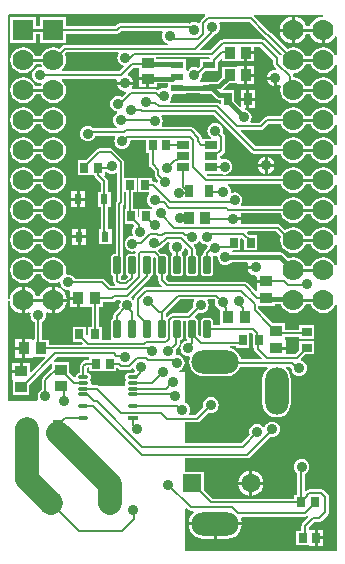
<source format=gtl>
G04*
G04 #@! TF.GenerationSoftware,Altium Limited,Altium Designer,21.0.8 (223)*
G04*
G04 Layer_Physical_Order=1*
G04 Layer_Color=255*
%FSLAX25Y25*%
%MOIN*%
G70*
G04*
G04 #@! TF.SameCoordinates,84E36BB9-B4DE-43A9-923A-922111DECC7A*
G04*
G04*
G04 #@! TF.FilePolarity,Positive*
G04*
G01*
G75*
%ADD12C,0.00800*%
%ADD14C,0.01000*%
%ADD24R,0.04331X0.02362*%
%ADD40R,0.02756X0.03543*%
%ADD41R,0.02756X0.03347*%
%ADD42R,0.02480X0.03268*%
G04:AMPARAMS|DCode=43|XSize=23.62mil|YSize=57.09mil|CornerRadius=2.01mil|HoleSize=0mil|Usage=FLASHONLY|Rotation=0.000|XOffset=0mil|YOffset=0mil|HoleType=Round|Shape=RoundedRectangle|*
%AMROUNDEDRECTD43*
21,1,0.02362,0.05307,0,0,0.0*
21,1,0.01961,0.05709,0,0,0.0*
1,1,0.00402,0.00980,-0.02653*
1,1,0.00402,-0.00980,-0.02653*
1,1,0.00402,-0.00980,0.02653*
1,1,0.00402,0.00980,0.02653*
%
%ADD43ROUNDEDRECTD43*%
%ADD44R,0.02953X0.03347*%
%ADD45R,0.03740X0.04134*%
%ADD46R,0.03150X0.03543*%
%ADD47R,0.03543X0.03937*%
%ADD48R,0.02559X0.04134*%
%ADD49R,0.04134X0.03740*%
%ADD50O,0.03500X0.01100*%
%ADD51R,0.03937X0.03543*%
%ADD52R,0.03347X0.02953*%
%ADD53O,0.03500X0.01200*%
%ADD54R,0.03500X0.01200*%
%ADD55R,0.03543X0.06102*%
%ADD56R,0.04331X0.02559*%
%ADD57C,0.01500*%
%ADD58C,0.08000*%
%ADD59C,0.07000*%
%ADD60R,0.06299X0.06299*%
%ADD61C,0.06299*%
%ADD62R,0.07000X0.07000*%
%ADD63O,0.07874X0.15748*%
%ADD64O,0.15748X0.07874*%
%ADD65C,0.03600*%
G36*
X65519Y179700D02*
X65726Y179199D01*
X64135Y177608D01*
X63870Y177211D01*
X63828Y177004D01*
X63311Y176771D01*
X62679Y177033D01*
X62000Y177122D01*
X61321Y177033D01*
X60689Y176771D01*
X60548Y176663D01*
X60242Y176724D01*
X37121D01*
X36653Y176630D01*
X36256Y176365D01*
X35614Y175724D01*
X19300D01*
Y178800D01*
X10700D01*
Y175826D01*
X9300D01*
Y178800D01*
X700D01*
Y170200D01*
X9300D01*
Y173175D01*
X10700D01*
Y170200D01*
X19300D01*
Y173276D01*
X36121D01*
X36590Y173370D01*
X36987Y173635D01*
X37628Y174276D01*
X51421D01*
X51642Y173828D01*
X51629Y173811D01*
X51367Y173179D01*
X51278Y172500D01*
X51367Y171821D01*
X51629Y171189D01*
X52046Y170646D01*
X52589Y170229D01*
X53221Y169967D01*
X53122Y169491D01*
X18767D01*
X18299Y169397D01*
X17902Y169132D01*
X17068Y168298D01*
X16123Y168689D01*
X15000Y168837D01*
X13878Y168689D01*
X12832Y168256D01*
X11933Y167567D01*
X11244Y166669D01*
X10895Y165825D01*
X9105D01*
X8756Y166669D01*
X8067Y167567D01*
X7169Y168256D01*
X6123Y168689D01*
X5000Y168837D01*
X3878Y168689D01*
X2831Y168256D01*
X1933Y167567D01*
X1244Y166669D01*
X811Y165622D01*
X663Y164500D01*
X811Y163377D01*
X1244Y162331D01*
X1933Y161433D01*
X2831Y160744D01*
X3878Y160311D01*
X5000Y160163D01*
X6123Y160311D01*
X7169Y160744D01*
X8067Y161433D01*
X8756Y162331D01*
X9105Y163174D01*
X10895D01*
X11157Y162540D01*
X10855Y162092D01*
X10834Y162078D01*
X10500Y162122D01*
X9821Y162033D01*
X9189Y161771D01*
X8646Y161354D01*
X8229Y160811D01*
X7967Y160179D01*
X7878Y159500D01*
X7967Y158821D01*
X8229Y158189D01*
X8646Y157646D01*
X9189Y157229D01*
X9821Y156967D01*
X10500Y156878D01*
X10834Y156922D01*
X10855Y156908D01*
X11157Y156460D01*
X10895Y155825D01*
X9105D01*
X8756Y156669D01*
X8067Y157567D01*
X7169Y158256D01*
X6123Y158689D01*
X5000Y158837D01*
X3878Y158689D01*
X2831Y158256D01*
X1933Y157567D01*
X1244Y156669D01*
X811Y155622D01*
X663Y154500D01*
X811Y153377D01*
X1244Y152331D01*
X1933Y151433D01*
X2831Y150744D01*
X3878Y150311D01*
X5000Y150163D01*
X6123Y150311D01*
X7169Y150744D01*
X8067Y151433D01*
X8756Y152331D01*
X9105Y153174D01*
X10895D01*
X11244Y152331D01*
X11933Y151433D01*
X12832Y150744D01*
X13878Y150311D01*
X15000Y150163D01*
X16123Y150311D01*
X17168Y150744D01*
X18067Y151433D01*
X18756Y152331D01*
X19189Y153377D01*
X19337Y154500D01*
X19189Y155622D01*
X18756Y156669D01*
X18067Y157567D01*
X17794Y157776D01*
X17963Y158276D01*
X35917D01*
X36251Y157776D01*
X36168Y157576D01*
X36138Y157345D01*
X41654D01*
X41624Y157576D01*
X41342Y158257D01*
X40893Y158842D01*
X40308Y159290D01*
X39898Y159460D01*
X39765Y160035D01*
X41678Y161948D01*
X43731D01*
Y161114D01*
X43532D01*
Y158843D01*
X46500D01*
Y158343D01*
X47000D01*
Y155571D01*
X49468D01*
Y156762D01*
X53220D01*
Y155413D01*
X52720Y155078D01*
X52549Y155149D01*
X51870Y155239D01*
X51191Y155149D01*
X50559Y154887D01*
X50016Y154471D01*
X49993Y154441D01*
X49711Y154630D01*
X49242Y154724D01*
X41428D01*
X41181Y155224D01*
X41342Y155432D01*
X41624Y156114D01*
X41654Y156345D01*
X36138D01*
X36168Y156114D01*
X36450Y155432D01*
X36899Y154848D01*
X37484Y154399D01*
X38165Y154117D01*
X38896Y154020D01*
X39111Y154049D01*
X39345Y153575D01*
X37959Y152189D01*
X37926Y152215D01*
X37293Y152477D01*
X36614Y152566D01*
X35936Y152477D01*
X35303Y152215D01*
X34760Y151798D01*
X34343Y151255D01*
X34081Y150622D01*
X33992Y149943D01*
X34081Y149265D01*
X34343Y148632D01*
X34760Y148089D01*
X35303Y147672D01*
X35936Y147410D01*
X36307Y147361D01*
X36375Y146848D01*
X36189Y146771D01*
X35646Y146354D01*
X35229Y145811D01*
X34967Y145179D01*
X34878Y144500D01*
X34967Y143821D01*
X35229Y143189D01*
X35646Y142646D01*
X36189Y142229D01*
X36202Y142224D01*
X36102Y141724D01*
X28455D01*
X28354Y141854D01*
X27811Y142271D01*
X27179Y142533D01*
X26500Y142622D01*
X25821Y142533D01*
X25189Y142271D01*
X24646Y141854D01*
X24229Y141311D01*
X23967Y140679D01*
X23878Y140000D01*
X23967Y139321D01*
X24229Y138689D01*
X24646Y138146D01*
X25189Y137729D01*
X25821Y137467D01*
X26500Y137378D01*
X27179Y137467D01*
X27811Y137729D01*
X28354Y138146D01*
X28771Y138689D01*
X29015Y139277D01*
X35521D01*
X35742Y138828D01*
X35729Y138811D01*
X35467Y138179D01*
X35378Y137500D01*
X35467Y136821D01*
X35729Y136189D01*
X36146Y135646D01*
X36689Y135229D01*
X37321Y134967D01*
X38000Y134878D01*
X38679Y134967D01*
X39311Y135229D01*
X39854Y135646D01*
X40271Y136189D01*
X40533Y136821D01*
X40622Y137500D01*
X40865Y137777D01*
X45953D01*
Y133602D01*
X46907D01*
Y129769D01*
X47000Y129301D01*
X47265Y128904D01*
X48777Y127393D01*
Y126200D01*
X48870Y125732D01*
X49135Y125335D01*
X49903Y124566D01*
X49867Y124479D01*
X49778Y123800D01*
X49781Y123771D01*
X49308Y123537D01*
X49149Y123696D01*
X48752Y123961D01*
X48284Y124054D01*
X47884D01*
Y125304D01*
X43331D01*
Y120358D01*
X46923D01*
X47092Y119858D01*
X46946Y119745D01*
X46529Y119202D01*
X46267Y118569D01*
X46178Y117891D01*
X46267Y117212D01*
X46529Y116579D01*
X46946Y116036D01*
X47489Y115619D01*
X48009Y115404D01*
X47910Y114904D01*
X43731D01*
Y112306D01*
X43231Y112039D01*
X43166Y112083D01*
Y114904D01*
X41713D01*
Y120358D01*
X42766D01*
Y125304D01*
X38667D01*
Y130456D01*
X38574Y130925D01*
X38309Y131322D01*
X34965Y134665D01*
X34568Y134930D01*
X34100Y135023D01*
X30245D01*
X29777Y134930D01*
X29380Y134665D01*
X25860Y131144D01*
X23234D01*
Y126198D01*
X27261D01*
X27590Y126198D01*
Y126198D01*
X27762D01*
Y126198D01*
X28728D01*
X28809Y125792D01*
X29074Y125395D01*
X30866Y123603D01*
Y120534D01*
X30050D01*
Y115666D01*
X30866D01*
Y108034D01*
X30350D01*
Y103166D01*
X34430D01*
Y108034D01*
X33495D01*
X33313Y108306D01*
Y115666D01*
X34130D01*
Y120534D01*
X33313D01*
Y124110D01*
X33220Y124578D01*
X32955Y124975D01*
X32005Y125926D01*
X32117Y126198D01*
X32117D01*
Y127129D01*
X32490Y127293D01*
X32617Y127314D01*
X33132Y126919D01*
X33765Y126657D01*
X34444Y126568D01*
X35122Y126657D01*
X35755Y126919D01*
X35772Y126932D01*
X36220Y126711D01*
Y117557D01*
X36135Y117472D01*
X35870Y117075D01*
X35776Y116606D01*
Y99944D01*
X35305D01*
X34915Y99867D01*
X34584Y99645D01*
X34363Y99314D01*
X34285Y98924D01*
Y93617D01*
X34363Y93226D01*
X34584Y92895D01*
X34915Y92674D01*
X35062Y92645D01*
Y90914D01*
X35155Y90446D01*
X35421Y90049D01*
X35684Y89785D01*
X35493Y89324D01*
X34207D01*
X32265Y91265D01*
X31868Y91530D01*
X31400Y91624D01*
X22307D01*
X22271Y91711D01*
X21854Y92254D01*
X21311Y92671D01*
X20679Y92933D01*
X20000Y93022D01*
X19559Y92964D01*
X19189Y93378D01*
X19337Y94500D01*
X19189Y95622D01*
X18756Y96669D01*
X18067Y97567D01*
X17168Y98256D01*
X16123Y98689D01*
X15000Y98837D01*
X13878Y98689D01*
X12832Y98256D01*
X11933Y97567D01*
X11244Y96669D01*
X10895Y95825D01*
X9105D01*
X8756Y96669D01*
X8067Y97567D01*
X7169Y98256D01*
X6123Y98689D01*
X5000Y98837D01*
X3878Y98689D01*
X2831Y98256D01*
X1933Y97567D01*
X1244Y96669D01*
X811Y95622D01*
X663Y94500D01*
X811Y93378D01*
X1244Y92331D01*
X1933Y91433D01*
X2831Y90744D01*
X3878Y90311D01*
X5000Y90163D01*
X6123Y90311D01*
X7169Y90744D01*
X8067Y91433D01*
X8756Y92331D01*
X9105Y93174D01*
X10895D01*
X11244Y92331D01*
X11933Y91433D01*
X12832Y90744D01*
X13878Y90311D01*
X15000Y90163D01*
X16123Y90311D01*
X16904Y90634D01*
X17145Y90515D01*
X17389Y90311D01*
X17467Y89721D01*
X17729Y89089D01*
X18146Y88546D01*
X18689Y88129D01*
X19321Y87867D01*
X20000Y87778D01*
X20100Y87791D01*
X20476Y87461D01*
Y85600D01*
X23346D01*
Y85100D01*
X23846D01*
Y82033D01*
X26216D01*
Y82033D01*
X26384Y82233D01*
X27831D01*
Y75573D01*
X26583D01*
Y72976D01*
X26083Y72708D01*
X26017Y72752D01*
Y75573D01*
X21465D01*
Y70627D01*
X24287D01*
X24828Y70086D01*
X24637Y69624D01*
X13524D01*
Y71267D01*
X11224D01*
Y77193D01*
X11311Y77229D01*
X11854Y77646D01*
X12271Y78189D01*
X12533Y78821D01*
X12622Y79500D01*
X12543Y80106D01*
X12705Y80302D01*
X12950Y80478D01*
X13825Y80116D01*
X14500Y80027D01*
Y84500D01*
Y88973D01*
X13825Y88884D01*
X12731Y88431D01*
X11791Y87709D01*
X11069Y86769D01*
X10678Y85826D01*
X9322D01*
X8931Y86769D01*
X8209Y87709D01*
X7269Y88431D01*
X6175Y88884D01*
X5500Y88973D01*
Y84500D01*
Y80027D01*
X6175Y80116D01*
X7050Y80478D01*
X7295Y80302D01*
X7457Y80106D01*
X7378Y79500D01*
X7467Y78821D01*
X7729Y78189D01*
X8146Y77646D01*
X8689Y77229D01*
X8777Y77193D01*
Y71610D01*
X8711Y71545D01*
X8276Y71342D01*
X8016Y71467D01*
X7767Y71467D01*
X5646D01*
Y68400D01*
Y65333D01*
X8016D01*
X8433Y65533D01*
X12204D01*
X12395Y65071D01*
X7730Y60406D01*
X7269Y60598D01*
Y63529D01*
X4800D01*
Y60757D01*
X4300D01*
Y60258D01*
X1331D01*
Y57986D01*
X1531D01*
Y52871D01*
X7068D01*
Y56284D01*
X14232Y63447D01*
X14731Y63240D01*
Y61816D01*
X11535Y58619D01*
X11270Y58223D01*
X11176Y57754D01*
Y54707D01*
X11089Y54671D01*
X10546Y54254D01*
X10129Y53711D01*
X9867Y53079D01*
X9778Y52400D01*
X9867Y51721D01*
X9959Y51500D01*
X9624Y51000D01*
X0D01*
Y84172D01*
X500Y84205D01*
X616Y83325D01*
X1069Y82231D01*
X1791Y81291D01*
X2731Y80569D01*
X3825Y80116D01*
X4500Y80027D01*
Y84500D01*
Y88973D01*
X3825Y88884D01*
X2731Y88431D01*
X1791Y87709D01*
X1069Y86769D01*
X616Y85675D01*
X500Y84795D01*
X0Y84828D01*
Y179646D01*
X354Y179998D01*
X65519Y179700D01*
D02*
G37*
G36*
X104818Y179519D02*
X104850Y179019D01*
X103825Y178884D01*
X102731Y178431D01*
X101791Y177709D01*
X101069Y176769D01*
X100678Y175826D01*
X99322D01*
X98931Y176769D01*
X98209Y177709D01*
X97269Y178431D01*
X96175Y178884D01*
X95500Y178973D01*
Y174500D01*
Y170027D01*
X96175Y170116D01*
X97269Y170569D01*
X98209Y171291D01*
X98931Y172231D01*
X99322Y173175D01*
X100678D01*
X101069Y172231D01*
X101791Y171291D01*
X102731Y170569D01*
X103825Y170116D01*
X104500Y170027D01*
Y174500D01*
X105500D01*
Y170027D01*
X106175Y170116D01*
X107269Y170569D01*
X108209Y171291D01*
X108931Y172231D01*
X109000Y172398D01*
X109500Y172298D01*
Y166179D01*
X109000Y166080D01*
X108756Y166669D01*
X108067Y167567D01*
X107169Y168256D01*
X106123Y168689D01*
X105000Y168837D01*
X103877Y168689D01*
X102831Y168256D01*
X101933Y167567D01*
X101244Y166669D01*
X100895Y165825D01*
X99105D01*
X98756Y166669D01*
X98067Y167567D01*
X97169Y168256D01*
X96122Y168689D01*
X95000Y168837D01*
X93878Y168689D01*
X92932Y168298D01*
X87865Y173365D01*
X87468Y173630D01*
X87336Y173657D01*
X86497Y174496D01*
X86497Y174496D01*
X81869Y179124D01*
X82077Y179623D01*
X104818Y179519D01*
D02*
G37*
G36*
X84766Y172766D02*
X84766Y172766D01*
X85898Y171635D01*
X86295Y171370D01*
X86426Y171343D01*
X91202Y166568D01*
X91002Y166085D01*
X90438Y166029D01*
X90438Y166030D01*
X85434Y171034D01*
X85037Y171299D01*
X84569Y171392D01*
X71574D01*
X71106Y171299D01*
X70709Y171034D01*
X67566Y167891D01*
X64280D01*
X64088Y168353D01*
X68329Y172594D01*
X68569Y172952D01*
X68679Y172967D01*
X69311Y173229D01*
X69854Y173646D01*
X70271Y174189D01*
X70533Y174821D01*
X70622Y175500D01*
X70533Y176179D01*
X70271Y176811D01*
X70258Y176828D01*
X70479Y177277D01*
X80256D01*
X84766Y172766D01*
D02*
G37*
G36*
X88349Y164658D02*
Y163281D01*
X88442Y162812D01*
X88707Y162416D01*
X89341Y161782D01*
X89107Y161309D01*
X89002Y161323D01*
X88271Y161226D01*
X87590Y160944D01*
X87005Y160495D01*
X86556Y159911D01*
X86274Y159229D01*
X86243Y158999D01*
X89002D01*
Y158499D01*
X89502D01*
Y155740D01*
X89732Y155771D01*
X90414Y156053D01*
X90464Y156091D01*
X90874Y155776D01*
X90811Y155622D01*
X90663Y154500D01*
X90811Y153377D01*
X91244Y152331D01*
X91933Y151433D01*
X92831Y150744D01*
X93878Y150311D01*
X95000Y150163D01*
X96122Y150311D01*
X97169Y150744D01*
X98067Y151433D01*
X98756Y152331D01*
X99105Y153174D01*
X100895D01*
X101244Y152331D01*
X101933Y151433D01*
X102831Y150744D01*
X103877Y150311D01*
X105000Y150163D01*
X106123Y150311D01*
X107169Y150744D01*
X108067Y151433D01*
X108756Y152331D01*
X109000Y152920D01*
X109500Y152821D01*
Y146179D01*
X109000Y146080D01*
X108756Y146669D01*
X108067Y147567D01*
X107169Y148256D01*
X106123Y148689D01*
X105000Y148837D01*
X103877Y148689D01*
X102831Y148256D01*
X101933Y147567D01*
X101244Y146669D01*
X100895Y145826D01*
X99105D01*
X98756Y146669D01*
X98067Y147567D01*
X97169Y148256D01*
X96122Y148689D01*
X95000Y148837D01*
X93878Y148689D01*
X92831Y148256D01*
X91933Y147567D01*
X91244Y146669D01*
X90852Y145723D01*
X86357D01*
X85888Y145630D01*
X85492Y145365D01*
X83716Y143590D01*
X80979D01*
X80758Y144038D01*
X80771Y144055D01*
X81033Y144687D01*
X81122Y145366D01*
X81033Y146045D01*
X80771Y146677D01*
X80354Y147221D01*
X79811Y147637D01*
X79179Y147899D01*
X78922Y147933D01*
X78954Y148433D01*
X79347D01*
Y151000D01*
X77567D01*
Y149188D01*
X77105Y148996D01*
X75233Y150868D01*
Y154367D01*
X72777D01*
X72624Y154397D01*
X71879D01*
X71672Y154897D01*
X73506Y156731D01*
X76386D01*
Y156532D01*
X78658D01*
Y159500D01*
Y162469D01*
X76386D01*
Y162268D01*
X71271D01*
Y158967D01*
X69576Y157271D01*
X67246D01*
X67093Y157241D01*
X64148D01*
X64027Y157407D01*
X63928Y157741D01*
X64271Y158189D01*
X64533Y158821D01*
X64622Y159500D01*
X64587Y159766D01*
X65580Y160759D01*
X69780D01*
Y163403D01*
X69804Y163521D01*
Y163999D01*
X70809Y165004D01*
X71271Y164813D01*
Y164232D01*
X76386D01*
Y164032D01*
X78658D01*
Y167000D01*
X79158D01*
Y167500D01*
X81929D01*
Y168945D01*
X84062D01*
X88349Y164658D01*
D02*
G37*
G36*
X67143Y164944D02*
X67019Y164721D01*
X63850D01*
Y162489D01*
X63184Y161824D01*
X62679Y162033D01*
X62000Y162122D01*
X61321Y162033D01*
X60689Y161771D01*
X60146Y161354D01*
X59850Y160970D01*
X59350Y161139D01*
Y161181D01*
X59150D01*
Y164721D01*
X55907D01*
X55754Y164752D01*
X49268D01*
Y165444D01*
X66850D01*
X67143Y164944D01*
D02*
G37*
G36*
X36766Y166595D02*
X36753Y166578D01*
X36491Y165946D01*
X36402Y165267D01*
X36491Y164588D01*
X36753Y163956D01*
X37170Y163413D01*
X37713Y162996D01*
X38346Y162734D01*
X38367Y162731D01*
X38528Y162258D01*
X36993Y160723D01*
X17963D01*
X17794Y161223D01*
X18067Y161433D01*
X18756Y162331D01*
X19189Y163377D01*
X19337Y164500D01*
X19189Y165622D01*
X18798Y166568D01*
X19274Y167044D01*
X36545D01*
X36766Y166595D01*
D02*
G37*
G36*
X101244Y162331D02*
X101933Y161433D01*
X102831Y160744D01*
X103877Y160311D01*
X105000Y160163D01*
X106123Y160311D01*
X107169Y160744D01*
X108067Y161433D01*
X108756Y162331D01*
X109000Y162920D01*
X109500Y162821D01*
Y156179D01*
X109000Y156080D01*
X108756Y156669D01*
X108067Y157567D01*
X107169Y158256D01*
X106123Y158689D01*
X105000Y158837D01*
X103877Y158689D01*
X102831Y158256D01*
X101933Y157567D01*
X101244Y156669D01*
X100895Y155825D01*
X99105D01*
X98756Y156669D01*
X98067Y157567D01*
X97169Y158256D01*
X96122Y158689D01*
X95037Y158832D01*
Y159039D01*
X94944Y159508D01*
X94828Y159681D01*
X94911Y159914D01*
X95099Y160176D01*
X96122Y160311D01*
X97169Y160744D01*
X98067Y161433D01*
X98756Y162331D01*
X99105Y163174D01*
X100895D01*
X101244Y162331D01*
D02*
G37*
G36*
X63850Y153279D02*
X67545D01*
X69125Y151699D01*
X69637Y151357D01*
X70242Y151237D01*
X71074D01*
Y150072D01*
X70612Y149881D01*
X70528Y149965D01*
X70131Y150230D01*
X69663Y150323D01*
X53974D01*
X53829Y150578D01*
X53772Y150823D01*
X54141Y151305D01*
X54403Y151938D01*
X54492Y152616D01*
X54455Y152903D01*
X54784Y153279D01*
X59150D01*
Y153680D01*
X63850D01*
Y153279D01*
D02*
G37*
G36*
X91244Y142331D02*
X91933Y141433D01*
X92831Y140744D01*
X93878Y140311D01*
X95000Y140163D01*
X96122Y140311D01*
X97169Y140744D01*
X98067Y141433D01*
X98756Y142331D01*
X99105Y143175D01*
X100895D01*
X101244Y142331D01*
X101933Y141433D01*
X102831Y140744D01*
X103877Y140311D01*
X105000Y140163D01*
X106123Y140311D01*
X107169Y140744D01*
X108067Y141433D01*
X108756Y142331D01*
X109000Y142920D01*
X109500Y142821D01*
Y136179D01*
X109000Y136080D01*
X108756Y136669D01*
X108067Y137567D01*
X107169Y138256D01*
X106123Y138689D01*
X105000Y138837D01*
X103877Y138689D01*
X102831Y138256D01*
X101933Y137567D01*
X101244Y136669D01*
X100895Y135826D01*
X99105D01*
X98756Y136669D01*
X98067Y137567D01*
X97169Y138256D01*
X96122Y138689D01*
X95000Y138837D01*
X93878Y138689D01*
X92831Y138256D01*
X91933Y137567D01*
X91244Y136669D01*
X90852Y135723D01*
X82507D01*
X77550Y140681D01*
X77741Y141143D01*
X84223D01*
X84691Y141236D01*
X85088Y141501D01*
X86863Y143277D01*
X90852D01*
X91244Y142331D01*
D02*
G37*
G36*
X81135Y133635D02*
X81532Y133370D01*
X82000Y133276D01*
X90852D01*
X91244Y132331D01*
X91933Y131433D01*
X92831Y130744D01*
X93878Y130311D01*
X95000Y130163D01*
X96122Y130311D01*
X97169Y130744D01*
X98067Y131433D01*
X98756Y132331D01*
X99105Y133175D01*
X100895D01*
X101244Y132331D01*
X101933Y131433D01*
X102831Y130744D01*
X103877Y130311D01*
X105000Y130163D01*
X106123Y130311D01*
X107169Y130744D01*
X108067Y131433D01*
X108756Y132331D01*
X109000Y132920D01*
X109500Y132821D01*
Y126179D01*
X109000Y126080D01*
X108756Y126669D01*
X108067Y127567D01*
X107169Y128256D01*
X106123Y128689D01*
X105000Y128837D01*
X103877Y128689D01*
X102831Y128256D01*
X101933Y127567D01*
X101244Y126669D01*
X100895Y125826D01*
X99105D01*
X98756Y126669D01*
X98067Y127567D01*
X97169Y128256D01*
X96122Y128689D01*
X95000Y128837D01*
X93878Y128689D01*
X92831Y128256D01*
X91933Y127567D01*
X91244Y126669D01*
X90852Y125724D01*
X66507D01*
X66012Y126218D01*
X66203Y126680D01*
X70690D01*
X70690Y126680D01*
X71134Y126546D01*
X71415Y126429D01*
X72094Y126340D01*
X72773Y126429D01*
X73405Y126691D01*
X73948Y127108D01*
X74365Y127651D01*
X74627Y128284D01*
X74716Y128963D01*
X74627Y129641D01*
X74365Y130274D01*
X73948Y130817D01*
X73405Y131234D01*
X72773Y131496D01*
X72094Y131585D01*
X71415Y131496D01*
X71190Y131402D01*
X70690Y131736D01*
Y132597D01*
X70855Y132630D01*
X71252Y132896D01*
X71955Y133598D01*
X72220Y133995D01*
X72313Y134464D01*
Y138847D01*
X72220Y139315D01*
X71955Y139712D01*
X71478Y140189D01*
X71533Y140321D01*
X71622Y141000D01*
X71533Y141679D01*
X71271Y142311D01*
X70854Y142854D01*
X70311Y143271D01*
X69679Y143533D01*
X69000Y143622D01*
X68321Y143533D01*
X67689Y143271D01*
X67146Y142854D01*
X66729Y142311D01*
X66467Y141679D01*
X66378Y141000D01*
X66467Y140321D01*
X66729Y139689D01*
X67146Y139146D01*
X67571Y138820D01*
X67431Y138320D01*
X64759D01*
X64464Y138680D01*
X64371Y139148D01*
X64106Y139545D01*
X61657Y141994D01*
X61260Y142259D01*
X60792Y142352D01*
X51351D01*
X51130Y142801D01*
X51142Y142817D01*
X51404Y143450D01*
X51494Y144129D01*
X51404Y144807D01*
X51142Y145440D01*
X50884Y145776D01*
X51131Y146276D01*
X68493D01*
X81135Y133635D01*
D02*
G37*
G36*
X91244Y122331D02*
X91933Y121433D01*
X92831Y120744D01*
X93878Y120311D01*
X95000Y120163D01*
X96122Y120311D01*
X97169Y120744D01*
X98067Y121433D01*
X98756Y122331D01*
X99105Y123175D01*
X100895D01*
X101244Y122331D01*
X101933Y121433D01*
X102831Y120744D01*
X103877Y120311D01*
X105000Y120163D01*
X106123Y120311D01*
X107169Y120744D01*
X108067Y121433D01*
X108756Y122331D01*
X109000Y122920D01*
X109500Y122821D01*
Y116179D01*
X109000Y116080D01*
X108756Y116669D01*
X108067Y117567D01*
X107169Y118256D01*
X106123Y118689D01*
X105000Y118837D01*
X103877Y118689D01*
X102831Y118256D01*
X101933Y117567D01*
X101244Y116669D01*
X100895Y115825D01*
X99105D01*
X98756Y116669D01*
X98067Y117567D01*
X97169Y118256D01*
X96122Y118689D01*
X95000Y118837D01*
X93878Y118689D01*
X92831Y118256D01*
X91933Y117567D01*
X91244Y116669D01*
X90894Y115823D01*
X77879D01*
X77633Y116323D01*
X77721Y116439D01*
X77983Y117071D01*
X78072Y117750D01*
X77983Y118429D01*
X77721Y119061D01*
X77304Y119604D01*
X76761Y120021D01*
X76129Y120283D01*
X75450Y120372D01*
X74800Y120287D01*
X74718Y120289D01*
X74307Y120632D01*
X74228Y121231D01*
X73946Y121912D01*
X73497Y122497D01*
X73133Y122776D01*
X73302Y123276D01*
X90852D01*
X91244Y122331D01*
D02*
G37*
G36*
Y112331D02*
X91933Y111433D01*
X92831Y110744D01*
X93878Y110311D01*
X95000Y110163D01*
X96122Y110311D01*
X97169Y110744D01*
X98067Y111433D01*
X98756Y112331D01*
X99105Y113174D01*
X100895D01*
X101244Y112331D01*
X101933Y111433D01*
X102831Y110744D01*
X103877Y110311D01*
X105000Y110163D01*
X106123Y110311D01*
X107169Y110744D01*
X108067Y111433D01*
X108756Y112331D01*
X109000Y112920D01*
X109500Y112821D01*
Y106179D01*
X109000Y106080D01*
X108756Y106669D01*
X108067Y107567D01*
X107169Y108256D01*
X106123Y108689D01*
X105000Y108837D01*
X103877Y108689D01*
X102831Y108256D01*
X101933Y107567D01*
X101244Y106669D01*
X100895Y105825D01*
X99105D01*
X98756Y106669D01*
X98067Y107567D01*
X97169Y108256D01*
X96122Y108689D01*
X95000Y108837D01*
X93878Y108689D01*
X92831Y108256D01*
X92290Y107841D01*
X90665Y109465D01*
X90268Y109730D01*
X89800Y109824D01*
X77735D01*
X77502Y110324D01*
X77728Y110869D01*
X77758Y111100D01*
X75000D01*
Y112100D01*
X77758D01*
X77728Y112331D01*
X77502Y112876D01*
X77735Y113376D01*
X90811D01*
X91244Y112331D01*
D02*
G37*
G36*
X90880Y105790D02*
X90811Y105622D01*
X90663Y104500D01*
X90811Y103377D01*
X91244Y102331D01*
X91933Y101433D01*
X92831Y100744D01*
X93878Y100311D01*
X95000Y100163D01*
X96122Y100311D01*
X97169Y100744D01*
X98067Y101433D01*
X98756Y102331D01*
X99105Y103174D01*
X100895D01*
X101244Y102331D01*
X101933Y101433D01*
X102831Y100744D01*
X103877Y100311D01*
X105000Y100163D01*
X106123Y100311D01*
X107169Y100744D01*
X108067Y101433D01*
X108756Y102331D01*
X109000Y102920D01*
X109500Y102821D01*
Y96179D01*
X109000Y96080D01*
X108756Y96669D01*
X108067Y97567D01*
X107169Y98256D01*
X106123Y98689D01*
X105000Y98837D01*
X103877Y98689D01*
X102831Y98256D01*
X101933Y97567D01*
X101244Y96669D01*
X100895Y95825D01*
X99105D01*
X98756Y96669D01*
X98067Y97567D01*
X97169Y98256D01*
X96122Y98689D01*
X95000Y98837D01*
X93878Y98689D01*
X93289Y98446D01*
X91817Y99918D01*
X91305Y100260D01*
X90700Y100380D01*
X74775D01*
X74640Y100560D01*
X74890Y101060D01*
X77426D01*
Y104922D01*
X77926Y105129D01*
X78582Y104473D01*
Y101060D01*
X82938D01*
Y106204D01*
X80312D01*
X79640Y106877D01*
X79847Y107377D01*
X89293D01*
X90880Y105790D01*
D02*
G37*
G36*
X64086Y104065D02*
X64331Y103746D01*
X64874Y103329D01*
X65507Y103067D01*
X66116Y102987D01*
X66269Y102853D01*
X66497Y102514D01*
X66424Y101961D01*
X66425Y101950D01*
X65421Y100945D01*
X65155Y100548D01*
X65062Y100080D01*
Y99896D01*
X64915Y99867D01*
X64584Y99645D01*
X64363Y99314D01*
X64285Y98924D01*
Y93617D01*
X64363Y93226D01*
X64584Y92895D01*
X64915Y92674D01*
X65305Y92596D01*
X67266D01*
X67656Y92674D01*
X67988Y92895D01*
X68209Y93226D01*
X68286Y93617D01*
Y98924D01*
X68282Y98944D01*
X68705Y99384D01*
X69046Y99339D01*
X69349Y99379D01*
X69795Y98935D01*
X69778Y98800D01*
X69867Y98121D01*
X70129Y97489D01*
X70546Y96946D01*
X71089Y96529D01*
X71721Y96267D01*
X72400Y96178D01*
X73079Y96267D01*
X73711Y96529D01*
X74254Y96946D01*
X74465Y97220D01*
X79759D01*
X79995Y96720D01*
X79772Y96181D01*
X79742Y95950D01*
X82500D01*
Y94950D01*
X79742D01*
X79772Y94719D01*
X80054Y94038D01*
X80503Y93453D01*
X81088Y93004D01*
X81769Y92722D01*
X82500Y92626D01*
X82557Y92633D01*
X82933Y92304D01*
Y91354D01*
X86000D01*
Y90354D01*
X82933D01*
Y87984D01*
X82933D01*
X83018Y87912D01*
X82994Y87644D01*
X82474Y87456D01*
X79665Y90265D01*
X79268Y90530D01*
X78800Y90623D01*
X53507D01*
X52509Y91621D01*
Y92645D01*
X52656Y92674D01*
X52987Y92895D01*
X53209Y93226D01*
X53286Y93617D01*
Y98924D01*
X53209Y99314D01*
X52987Y99645D01*
X52656Y99867D01*
X52266Y99944D01*
X51015D01*
X50090Y100869D01*
X50123Y101368D01*
X50354Y101546D01*
X50470Y101696D01*
X50840Y101770D01*
X51236Y102035D01*
X53259Y104057D01*
X53684Y104019D01*
X53916Y103581D01*
X53667Y102979D01*
X53578Y102300D01*
X53667Y101621D01*
X53929Y100989D01*
X54346Y100446D01*
X54595Y100254D01*
X54584Y99645D01*
X54363Y99314D01*
X54285Y98924D01*
Y93617D01*
X54363Y93226D01*
X54584Y92895D01*
X54915Y92674D01*
X55305Y92596D01*
X57266D01*
X57656Y92674D01*
X57987Y92895D01*
X58209Y93226D01*
X58286Y93617D01*
Y98924D01*
X58209Y99314D01*
X57987Y99645D01*
X57905Y99701D01*
X57861Y100297D01*
X58054Y100446D01*
X58471Y100989D01*
X58715Y101579D01*
X59066Y101745D01*
X59208Y101793D01*
X60062Y100939D01*
Y99896D01*
X59915Y99867D01*
X59584Y99645D01*
X59363Y99314D01*
X59285Y98924D01*
Y93617D01*
X59363Y93226D01*
X59584Y92895D01*
X59915Y92674D01*
X60305Y92596D01*
X62266D01*
X62656Y92674D01*
X62988Y92895D01*
X63209Y93226D01*
X63286Y93617D01*
Y98924D01*
X63209Y99314D01*
X62988Y99645D01*
X62656Y99867D01*
X62509Y99896D01*
Y101446D01*
X62416Y101914D01*
X62151Y102311D01*
X61872Y102589D01*
X62033Y103063D01*
X62064Y103067D01*
X62696Y103329D01*
X63240Y103746D01*
X63485Y104065D01*
X63506Y104076D01*
X64065D01*
X64086Y104065D01*
D02*
G37*
G36*
X39266Y114904D02*
X38810D01*
Y109958D01*
X41436D01*
X42065Y109328D01*
X42053Y109147D01*
X41636Y108604D01*
X41374Y107971D01*
X41285Y107293D01*
X41374Y106614D01*
X41456Y106416D01*
X41449Y106350D01*
X41134Y105887D01*
X40721Y105833D01*
X40089Y105571D01*
X39546Y105154D01*
X39129Y104611D01*
X38867Y103979D01*
X38778Y103300D01*
X38867Y102621D01*
X39129Y101989D01*
X39546Y101446D01*
X40089Y101029D01*
X40721Y100767D01*
X41400Y100678D01*
X42079Y100767D01*
X42127Y100787D01*
X42322Y100650D01*
X42518Y100408D01*
X42517Y100404D01*
X42266Y99944D01*
X40305D01*
X39915Y99867D01*
X39584Y99645D01*
X39363Y99314D01*
X39285Y98924D01*
Y93617D01*
X39363Y93226D01*
X39584Y92895D01*
X39688Y92826D01*
X39792Y92253D01*
X39779Y92209D01*
X38893Y91324D01*
X37607D01*
X37509Y91421D01*
Y92645D01*
X37656Y92674D01*
X37988Y92895D01*
X38209Y93226D01*
X38286Y93617D01*
Y98924D01*
X38223Y99240D01*
Y116100D01*
X38309Y116185D01*
X38574Y116582D01*
X38667Y117050D01*
Y120358D01*
X39266D01*
Y114904D01*
D02*
G37*
G36*
X49285Y98214D02*
Y93617D01*
X49363Y93226D01*
X49584Y92895D01*
X49915Y92674D01*
X50062Y92645D01*
Y91114D01*
X50155Y90646D01*
X50420Y90249D01*
X51384Y89285D01*
X51193Y88823D01*
X45857D01*
X45389Y88730D01*
X44992Y88465D01*
X42366Y85839D01*
X42101Y85442D01*
X42008Y84974D01*
Y84785D01*
X41704Y84630D01*
X41508Y84590D01*
X41137Y84874D01*
X41006Y85451D01*
X47151Y91595D01*
X47416Y91992D01*
X47509Y92460D01*
Y92645D01*
X47656Y92674D01*
X47987Y92895D01*
X48209Y93226D01*
X48286Y93617D01*
Y98505D01*
X48786Y98713D01*
X49285Y98214D01*
D02*
G37*
G36*
X69073Y84392D02*
X69067Y84379D01*
X68978Y83700D01*
X69067Y83021D01*
X69329Y82389D01*
X69746Y81846D01*
X70289Y81429D01*
X70476Y81352D01*
Y76037D01*
X68286D01*
Y77467D01*
X68209Y77858D01*
X67988Y78189D01*
X67656Y78410D01*
X67266Y78488D01*
X65305D01*
X64915Y78410D01*
X64584Y78189D01*
X64363Y77858D01*
X64285Y77467D01*
Y72579D01*
X63785Y72371D01*
X63286Y72870D01*
Y77467D01*
X63209Y77858D01*
X62988Y78189D01*
X62656Y78410D01*
X62315Y78478D01*
X62178Y78699D01*
X62076Y78946D01*
X63434Y80303D01*
X63521Y80267D01*
X64200Y80178D01*
X64879Y80267D01*
X65511Y80529D01*
X66054Y80946D01*
X66471Y81489D01*
X66733Y82121D01*
X66822Y82800D01*
X66733Y83479D01*
X66471Y84111D01*
X66344Y84276D01*
X66591Y84777D01*
X68760D01*
X69073Y84392D01*
D02*
G37*
G36*
X62056Y84276D02*
X61929Y84111D01*
X61667Y83479D01*
X61578Y82800D01*
X61667Y82121D01*
X61703Y82033D01*
X59761Y80092D01*
X54725D01*
X54257Y79998D01*
X53860Y79733D01*
X53009Y78882D01*
X52509Y79089D01*
Y80079D01*
X57207Y84777D01*
X61809D01*
X62056Y84276D01*
D02*
G37*
G36*
X91244Y82331D02*
X91933Y81433D01*
X92831Y80744D01*
X93878Y80311D01*
X95000Y80163D01*
X96122Y80311D01*
X97169Y80744D01*
X98067Y81433D01*
X98756Y82331D01*
X99105Y83175D01*
X100895D01*
X101244Y82331D01*
X101933Y81433D01*
X102831Y80744D01*
X103877Y80311D01*
X105000Y80163D01*
X106123Y80311D01*
X107169Y80744D01*
X108067Y81433D01*
X108756Y82331D01*
X109000Y82920D01*
X109500Y82821D01*
Y1000D01*
X59000D01*
Y15020D01*
X59462Y15211D01*
X60038Y14635D01*
X60435Y14370D01*
X60903Y14277D01*
X61749D01*
X61909Y13803D01*
X61542Y13521D01*
X60751Y12490D01*
X60253Y11289D01*
X60149Y10500D01*
X69000D01*
X77851D01*
X77747Y11289D01*
X77510Y11861D01*
X77788Y12276D01*
X99081D01*
X99550Y12370D01*
X99799Y12536D01*
X100118Y12148D01*
X98052Y10082D01*
X97787Y9686D01*
X97694Y9217D01*
Y7673D01*
X95958D01*
Y2727D01*
X100286D01*
Y2527D01*
X102164D01*
Y5200D01*
Y7873D01*
X100286D01*
X100141Y8313D01*
Y8710D01*
X102015Y10585D01*
X103609D01*
X104077Y10678D01*
X104474Y10943D01*
X106534Y13003D01*
X106799Y13400D01*
X106892Y13869D01*
Y18837D01*
X106799Y19305D01*
X106534Y19702D01*
X105171Y21065D01*
X104774Y21330D01*
X104306Y21423D01*
X100419D01*
X99950Y21330D01*
X99554Y21065D01*
X99323Y20835D01*
X98861Y21026D01*
Y26525D01*
X99111Y26629D01*
X99654Y27046D01*
X100071Y27589D01*
X100333Y28221D01*
X100422Y28900D01*
X100333Y29579D01*
X100071Y30211D01*
X99654Y30754D01*
X99111Y31171D01*
X98479Y31433D01*
X97800Y31522D01*
X97121Y31433D01*
X96489Y31171D01*
X95946Y30754D01*
X95529Y30211D01*
X95267Y29579D01*
X95178Y28900D01*
X95267Y28221D01*
X95529Y27589D01*
X95946Y27046D01*
X96414Y26686D01*
Y19672D01*
X95263D01*
Y18324D01*
X67964D01*
X65107Y21181D01*
Y27350D01*
X59000D01*
Y31776D01*
X79700D01*
X80168Y31870D01*
X80565Y32135D01*
X87297Y38867D01*
X87321Y38857D01*
X88000Y38768D01*
X88679Y38857D01*
X89311Y39119D01*
X89854Y39536D01*
X90271Y40079D01*
X90533Y40711D01*
X90622Y41390D01*
X90533Y42069D01*
X90271Y42701D01*
X89854Y43244D01*
X89311Y43661D01*
X88679Y43923D01*
X88000Y44012D01*
X87321Y43923D01*
X86689Y43661D01*
X86146Y43244D01*
X85729Y42701D01*
X85535Y42233D01*
X85092Y42124D01*
X84975Y42141D01*
X84812Y42354D01*
X84269Y42771D01*
X83636Y43033D01*
X82957Y43122D01*
X82279Y43033D01*
X81646Y42771D01*
X81103Y42354D01*
X80686Y41811D01*
X80424Y41179D01*
X80335Y40500D01*
X80424Y39821D01*
X80473Y39703D01*
X77593Y36823D01*
X59000D01*
Y43777D01*
X63000D01*
X63468Y43870D01*
X63865Y44135D01*
X66734Y47003D01*
X66821Y46967D01*
X67500Y46878D01*
X68179Y46967D01*
X68811Y47229D01*
X69354Y47646D01*
X69771Y48189D01*
X70033Y48821D01*
X70122Y49500D01*
X70033Y50179D01*
X69771Y50811D01*
X69354Y51354D01*
X68811Y51771D01*
X68179Y52033D01*
X67500Y52122D01*
X66821Y52033D01*
X66189Y51771D01*
X65646Y51354D01*
X65229Y50811D01*
X64967Y50179D01*
X64878Y49500D01*
X64967Y48821D01*
X65003Y48734D01*
X62493Y46224D01*
X60479D01*
X60258Y46672D01*
X60271Y46689D01*
X60533Y47321D01*
X60622Y48000D01*
X60533Y48679D01*
X60271Y49311D01*
X59854Y49854D01*
X59311Y50271D01*
X59000Y50400D01*
Y60500D01*
X56906D01*
X56831Y60990D01*
X57463Y61252D01*
X58007Y61669D01*
X58423Y62212D01*
X58685Y62844D01*
X58775Y63523D01*
X58685Y64202D01*
X58423Y64834D01*
X58007Y65377D01*
X57463Y65794D01*
X56831Y66056D01*
X56195Y66140D01*
X56135Y66172D01*
X55848Y66610D01*
X55936Y66821D01*
X56025Y67500D01*
X55936Y68179D01*
X55900Y68266D01*
X56770Y69137D01*
X57035Y69533D01*
X57128Y70002D01*
Y71140D01*
X57266D01*
X57656Y71217D01*
X57987Y71439D01*
X58209Y71770D01*
X58286Y72160D01*
Y77467D01*
X58432Y77644D01*
X59139D01*
X59285Y77467D01*
Y72160D01*
X59363Y71770D01*
X59529Y71521D01*
X59450Y71184D01*
X59351Y70993D01*
X59326Y70990D01*
X58694Y70728D01*
X58151Y70311D01*
X57734Y69768D01*
X57472Y69135D01*
X57382Y68457D01*
X57472Y67778D01*
X57734Y67146D01*
X58151Y66602D01*
X58694Y66186D01*
X59326Y65924D01*
X60005Y65834D01*
X60190Y65859D01*
X60542Y65401D01*
X60448Y65174D01*
X60285Y63937D01*
X60448Y62700D01*
X60925Y61548D01*
X61685Y60558D01*
X62674Y59799D01*
X63826Y59322D01*
X65063Y59159D01*
X72937D01*
X74174Y59322D01*
X75326Y59799D01*
X76315Y60558D01*
X77075Y61548D01*
X77377Y62277D01*
X86402D01*
X86572Y61777D01*
X86094Y61410D01*
X85335Y60420D01*
X84857Y59268D01*
X84695Y58031D01*
Y50157D01*
X84857Y48921D01*
X85335Y47769D01*
X86094Y46779D01*
X87084Y46020D01*
X88236Y45542D01*
X89472Y45380D01*
X90709Y45542D01*
X91861Y46020D01*
X92851Y46779D01*
X93610Y47769D01*
X94087Y48921D01*
X94250Y50157D01*
Y58031D01*
X94087Y59268D01*
X93610Y60420D01*
X92851Y61410D01*
X92373Y61777D01*
X92543Y62277D01*
X93999D01*
X94357Y61919D01*
X94341Y61800D01*
X94430Y61121D01*
X94692Y60489D01*
X95109Y59946D01*
X95652Y59529D01*
X96285Y59267D01*
X96964Y59178D01*
X97642Y59267D01*
X98275Y59529D01*
X98818Y59946D01*
X99235Y60489D01*
X99497Y61121D01*
X99586Y61800D01*
X99497Y62479D01*
X99235Y63111D01*
X98818Y63654D01*
X98275Y64071D01*
X97706Y64307D01*
X97603Y64537D01*
X97543Y64850D01*
X99057Y66365D01*
X101973D01*
Y70917D01*
X97027D01*
Y67795D01*
X95755Y66523D01*
X92467D01*
Y67946D01*
X89400D01*
Y68946D01*
X92467D01*
Y71316D01*
X92467D01*
X92267Y71484D01*
Y72236D01*
X97027D01*
Y71483D01*
X101973D01*
Y76035D01*
X97027D01*
Y74683D01*
X92267D01*
Y76824D01*
X88263D01*
X87538Y77549D01*
X87538Y77549D01*
X83353Y81735D01*
Y82476D01*
X88867D01*
Y83242D01*
X90867D01*
X91244Y82331D01*
D02*
G37*
G36*
X37442Y84028D02*
X37429Y84011D01*
X37167Y83379D01*
X37078Y82700D01*
X37167Y82021D01*
X37203Y81934D01*
X35421Y80151D01*
X35155Y79754D01*
X35062Y79286D01*
Y78439D01*
X34915Y78410D01*
X34584Y78189D01*
X34363Y77858D01*
X34285Y77467D01*
Y72160D01*
X34363Y71770D01*
X34393Y71724D01*
X34126Y71223D01*
X31135D01*
Y75573D01*
X30278D01*
Y82233D01*
X31724D01*
Y83877D01*
X34693D01*
X35162Y83970D01*
X35559Y84235D01*
X35800Y84477D01*
X37221D01*
X37442Y84028D01*
D02*
G37*
G36*
X81478Y73092D02*
Y68528D01*
X81976D01*
Y68200D01*
X82070Y67732D01*
X82335Y67335D01*
X84484Y65185D01*
X84293Y64723D01*
X77611D01*
X77552Y65174D01*
X77075Y66326D01*
X76315Y67316D01*
X75326Y68075D01*
X74174Y68552D01*
X73790Y68603D01*
X73823Y69103D01*
X75966D01*
Y68528D01*
X80322D01*
Y73590D01*
X80980D01*
X81478Y73092D01*
D02*
G37*
G36*
X27090Y64569D02*
X25945D01*
X25477Y64475D01*
X25080Y64210D01*
X24135Y63265D01*
X23870Y62868D01*
X23776Y62400D01*
Y60312D01*
X23273Y60212D01*
X22827Y59913D01*
X22528Y59467D01*
X22428Y58964D01*
X22329Y58898D01*
X21956Y58729D01*
X20268Y60416D01*
Y63829D01*
X17958D01*
X17697Y63881D01*
X17303D01*
X17042Y63829D01*
X15321D01*
X15114Y64329D01*
X16261Y65477D01*
X27090D01*
Y64569D01*
D02*
G37*
G36*
Y60872D02*
X31446D01*
Y60872D01*
X31618D01*
Y60872D01*
X35974D01*
Y61747D01*
X36474Y61954D01*
X36892Y61535D01*
X37289Y61270D01*
X37757Y61177D01*
X40243D01*
X40711Y61270D01*
X41108Y61535D01*
X41331Y61758D01*
X41859Y61579D01*
X41867Y61521D01*
X42129Y60889D01*
X42184Y60816D01*
X41938Y60316D01*
X40300D01*
X39773Y60212D01*
X39327Y59913D01*
X39028Y59467D01*
X38924Y58940D01*
X39028Y58413D01*
X39060Y58366D01*
X39319Y57955D01*
X39060Y57544D01*
X39028Y57497D01*
X38924Y56970D01*
X39017Y56500D01*
X38976Y56340D01*
X38794Y56000D01*
X30163D01*
X29968Y56130D01*
X29500Y56223D01*
X27880D01*
X27527Y56723D01*
X27576Y56970D01*
X27472Y57497D01*
X27440Y57544D01*
X27181Y57955D01*
X27440Y58366D01*
X27472Y58413D01*
X27576Y58940D01*
X27472Y59467D01*
X27173Y59913D01*
X26727Y60212D01*
X26223Y60312D01*
Y61893D01*
X26452Y62121D01*
X27090D01*
Y60872D01*
D02*
G37*
%LPC*%
G36*
X46000Y157843D02*
X43532D01*
Y155571D01*
X46000D01*
Y157843D01*
D02*
G37*
G36*
X15000Y148837D02*
X13878Y148689D01*
X12832Y148256D01*
X11933Y147567D01*
X11244Y146669D01*
X10895Y145826D01*
X9105D01*
X8756Y146669D01*
X8067Y147567D01*
X7169Y148256D01*
X6123Y148689D01*
X5000Y148837D01*
X3878Y148689D01*
X2831Y148256D01*
X1933Y147567D01*
X1244Y146669D01*
X811Y145623D01*
X663Y144500D01*
X811Y143377D01*
X1244Y142331D01*
X1933Y141433D01*
X2831Y140744D01*
X3878Y140311D01*
X5000Y140163D01*
X6123Y140311D01*
X7169Y140744D01*
X8067Y141433D01*
X8756Y142331D01*
X9105Y143175D01*
X10895D01*
X11244Y142331D01*
X11933Y141433D01*
X12832Y140744D01*
X13878Y140311D01*
X15000Y140163D01*
X16123Y140311D01*
X17168Y140744D01*
X18067Y141433D01*
X18756Y142331D01*
X19189Y143377D01*
X19337Y144500D01*
X19189Y145623D01*
X18756Y146669D01*
X18067Y147567D01*
X17168Y148256D01*
X16123Y148689D01*
X15000Y148837D01*
D02*
G37*
G36*
Y138837D02*
X13878Y138689D01*
X12832Y138256D01*
X11933Y137567D01*
X11244Y136669D01*
X10895Y135826D01*
X9105D01*
X8756Y136669D01*
X8067Y137567D01*
X7169Y138256D01*
X6123Y138689D01*
X5000Y138837D01*
X3878Y138689D01*
X2831Y138256D01*
X1933Y137567D01*
X1244Y136669D01*
X811Y135623D01*
X663Y134500D01*
X811Y133378D01*
X1244Y132331D01*
X1933Y131433D01*
X2831Y130744D01*
X3878Y130311D01*
X5000Y130163D01*
X6123Y130311D01*
X7169Y130744D01*
X8067Y131433D01*
X8756Y132331D01*
X9105Y133175D01*
X10895D01*
X11244Y132331D01*
X11933Y131433D01*
X12832Y130744D01*
X13878Y130311D01*
X15000Y130163D01*
X16123Y130311D01*
X17168Y130744D01*
X18067Y131433D01*
X18756Y132331D01*
X19189Y133378D01*
X19337Y134500D01*
X19189Y135623D01*
X18756Y136669D01*
X18067Y137567D01*
X17168Y138256D01*
X16123Y138689D01*
X15000Y138837D01*
D02*
G37*
G36*
Y128837D02*
X13878Y128689D01*
X12832Y128256D01*
X11933Y127567D01*
X11244Y126669D01*
X10895Y125826D01*
X9105D01*
X8756Y126669D01*
X8067Y127567D01*
X7169Y128256D01*
X6123Y128689D01*
X5000Y128837D01*
X3878Y128689D01*
X2831Y128256D01*
X1933Y127567D01*
X1244Y126669D01*
X811Y125622D01*
X663Y124500D01*
X811Y123378D01*
X1244Y122331D01*
X1933Y121433D01*
X2831Y120744D01*
X3878Y120311D01*
X5000Y120163D01*
X6123Y120311D01*
X7169Y120744D01*
X8067Y121433D01*
X8756Y122331D01*
X9105Y123175D01*
X10895D01*
X11244Y122331D01*
X11933Y121433D01*
X12832Y120744D01*
X13878Y120311D01*
X15000Y120163D01*
X16123Y120311D01*
X17168Y120744D01*
X18067Y121433D01*
X18756Y122331D01*
X19189Y123378D01*
X19337Y124500D01*
X19189Y125622D01*
X18756Y126669D01*
X18067Y127567D01*
X17168Y128256D01*
X16123Y128689D01*
X15000Y128837D01*
D02*
G37*
G36*
X25550Y120734D02*
X23810D01*
Y118600D01*
X25550D01*
Y120734D01*
D02*
G37*
G36*
X22810D02*
X21070D01*
Y118600D01*
X22810D01*
Y120734D01*
D02*
G37*
G36*
X15000Y118837D02*
X13878Y118689D01*
X12832Y118256D01*
X11933Y117567D01*
X11244Y116669D01*
X10895Y115825D01*
X9105D01*
X8756Y116669D01*
X8067Y117567D01*
X7169Y118256D01*
X6123Y118689D01*
X5000Y118837D01*
X3878Y118689D01*
X2831Y118256D01*
X1933Y117567D01*
X1244Y116669D01*
X811Y115622D01*
X663Y114500D01*
X811Y113377D01*
X1244Y112331D01*
X1933Y111433D01*
X2831Y110744D01*
X3878Y110311D01*
X5000Y110163D01*
X6123Y110311D01*
X7169Y110744D01*
X8067Y111433D01*
X8756Y112331D01*
X9105Y113174D01*
X10895D01*
X11244Y112331D01*
X11933Y111433D01*
X12832Y110744D01*
X13878Y110311D01*
X15000Y110163D01*
X16123Y110311D01*
X17168Y110744D01*
X18067Y111433D01*
X18756Y112331D01*
X19189Y113377D01*
X19337Y114500D01*
X19189Y115622D01*
X18756Y116669D01*
X18067Y117567D01*
X17168Y118256D01*
X16123Y118689D01*
X15000Y118837D01*
D02*
G37*
G36*
X25550Y117600D02*
X23810D01*
Y115466D01*
X25550D01*
Y117600D01*
D02*
G37*
G36*
X22810D02*
X21070D01*
Y115466D01*
X22810D01*
Y117600D01*
D02*
G37*
G36*
X25850Y108234D02*
X24110D01*
Y106100D01*
X25850D01*
Y108234D01*
D02*
G37*
G36*
X23110D02*
X21370D01*
Y106100D01*
X23110D01*
Y108234D01*
D02*
G37*
G36*
X15000Y108837D02*
X13878Y108689D01*
X12832Y108256D01*
X11933Y107567D01*
X11244Y106669D01*
X10895Y105825D01*
X9105D01*
X8756Y106669D01*
X8067Y107567D01*
X7169Y108256D01*
X6123Y108689D01*
X5000Y108837D01*
X3878Y108689D01*
X2831Y108256D01*
X1933Y107567D01*
X1244Y106669D01*
X811Y105622D01*
X663Y104500D01*
X811Y103377D01*
X1244Y102331D01*
X1933Y101433D01*
X2831Y100744D01*
X3878Y100311D01*
X5000Y100163D01*
X6123Y100311D01*
X7169Y100744D01*
X8067Y101433D01*
X8756Y102331D01*
X9105Y103174D01*
X10895D01*
X11244Y102331D01*
X11933Y101433D01*
X12832Y100744D01*
X13878Y100311D01*
X15000Y100163D01*
X16123Y100311D01*
X17168Y100744D01*
X18067Y101433D01*
X18756Y102331D01*
X19189Y103377D01*
X19337Y104500D01*
X19189Y105622D01*
X18756Y106669D01*
X18067Y107567D01*
X17168Y108256D01*
X16123Y108689D01*
X15000Y108837D01*
D02*
G37*
G36*
X25850Y105100D02*
X24110D01*
Y102966D01*
X25850D01*
Y105100D01*
D02*
G37*
G36*
X23110D02*
X21370D01*
Y102966D01*
X23110D01*
Y105100D01*
D02*
G37*
G36*
X15500Y88973D02*
Y85000D01*
X19473D01*
X19384Y85675D01*
X18931Y86769D01*
X18209Y87709D01*
X17269Y88431D01*
X16175Y88884D01*
X15500Y88973D01*
D02*
G37*
G36*
X22846Y84600D02*
X20476D01*
Y82033D01*
X22846D01*
Y84600D01*
D02*
G37*
G36*
X19473Y84000D02*
X15500D01*
Y80027D01*
X16175Y80116D01*
X17269Y80569D01*
X18209Y81291D01*
X18931Y82231D01*
X19384Y83325D01*
X19473Y84000D01*
D02*
G37*
G36*
X4646Y71467D02*
X2276D01*
Y68900D01*
X4646D01*
Y71467D01*
D02*
G37*
G36*
Y67900D02*
X2276D01*
Y65333D01*
X4646D01*
Y67900D01*
D02*
G37*
G36*
X3800Y63529D02*
X1331D01*
Y61257D01*
X3800D01*
Y63529D01*
D02*
G37*
G36*
X94500Y178973D02*
X93825Y178884D01*
X92731Y178431D01*
X91791Y177709D01*
X91069Y176769D01*
X90616Y175675D01*
X90527Y175000D01*
X94500D01*
Y178973D01*
D02*
G37*
G36*
Y174000D02*
X90527D01*
X90616Y173325D01*
X91069Y172231D01*
X91791Y171291D01*
X92731Y170569D01*
X93825Y170116D01*
X94500Y170027D01*
Y174000D01*
D02*
G37*
G36*
X81929Y166500D02*
X79658D01*
Y164032D01*
X81929D01*
Y166500D01*
D02*
G37*
G36*
Y162469D02*
X79658D01*
Y160000D01*
X81929D01*
Y162469D01*
D02*
G37*
G36*
Y159000D02*
X79658D01*
Y156532D01*
X81929D01*
Y159000D01*
D02*
G37*
G36*
X88502Y157999D02*
X86243D01*
X86274Y157767D01*
X86556Y157086D01*
X87005Y156501D01*
X87590Y156053D01*
X88271Y155771D01*
X88502Y155740D01*
Y157999D01*
D02*
G37*
G36*
X82126Y154567D02*
X80347D01*
Y152000D01*
X82126D01*
Y154567D01*
D02*
G37*
G36*
X79347D02*
X77567D01*
Y152000D01*
X79347D01*
Y154567D01*
D02*
G37*
G36*
X82126Y151000D02*
X80347D01*
Y148433D01*
X82126D01*
Y151000D01*
D02*
G37*
G36*
X86500Y132175D02*
Y129916D01*
X88758D01*
X88728Y130147D01*
X88446Y130828D01*
X87997Y131413D01*
X87412Y131862D01*
X86731Y132144D01*
X86500Y132175D01*
D02*
G37*
G36*
X85500D02*
X85269Y132144D01*
X84588Y131862D01*
X84003Y131413D01*
X83554Y130828D01*
X83272Y130147D01*
X83242Y129916D01*
X85500D01*
Y132175D01*
D02*
G37*
G36*
X88758Y128916D02*
X86500D01*
Y126658D01*
X86731Y126688D01*
X87412Y126971D01*
X87997Y127419D01*
X88446Y128004D01*
X88728Y128685D01*
X88758Y128916D01*
D02*
G37*
G36*
X85500D02*
X83242D01*
X83272Y128685D01*
X83554Y128004D01*
X84003Y127419D01*
X84588Y126971D01*
X85269Y126688D01*
X85500Y126658D01*
Y128916D01*
D02*
G37*
G36*
X81343Y27520D02*
Y23900D01*
X84962D01*
X84885Y24483D01*
X84467Y25493D01*
X83802Y26360D01*
X82935Y27025D01*
X81926Y27443D01*
X81343Y27520D01*
D02*
G37*
G36*
X80343D02*
X79759Y27443D01*
X78750Y27025D01*
X77883Y26360D01*
X77218Y25493D01*
X76800Y24483D01*
X76723Y23900D01*
X80343D01*
Y27520D01*
D02*
G37*
G36*
X84962Y22900D02*
X81343D01*
Y19280D01*
X81926Y19357D01*
X82935Y19775D01*
X83802Y20440D01*
X84467Y21307D01*
X84885Y22317D01*
X84962Y22900D01*
D02*
G37*
G36*
X80343D02*
X76723D01*
X76800Y22317D01*
X77218Y21307D01*
X77883Y20440D01*
X78750Y19775D01*
X79759Y19357D01*
X80343Y19280D01*
Y22900D01*
D02*
G37*
G36*
X103164Y7873D02*
Y5700D01*
X105042D01*
Y7873D01*
X103164D01*
D02*
G37*
G36*
X77851Y9500D02*
X69500D01*
Y5020D01*
X72937D01*
X74226Y5190D01*
X75427Y5688D01*
X76458Y6479D01*
X77249Y7510D01*
X77747Y8711D01*
X77851Y9500D01*
D02*
G37*
G36*
X68500D02*
X60149D01*
X60253Y8711D01*
X60751Y7510D01*
X61542Y6479D01*
X62573Y5688D01*
X63774Y5190D01*
X65063Y5020D01*
X68500D01*
Y9500D01*
D02*
G37*
G36*
X105042Y4700D02*
X103164D01*
Y2527D01*
X105042D01*
Y4700D01*
D02*
G37*
%LPD*%
D12*
X78384Y78070D02*
Y81858D01*
X53500Y128500D02*
Y129126D01*
X18500Y51000D02*
Y56142D01*
X17500Y57342D02*
X18600Y56243D01*
X41000Y75099D02*
X41286Y75385D01*
X100413Y14831D02*
Y14954D01*
X102362Y16903D01*
X97546Y5300D02*
X98917Y6672D01*
X100419Y20200D02*
X104306D01*
X105669Y18837D01*
X99587Y19369D02*
X100419Y20200D01*
X99587Y19246D02*
Y19369D01*
X68149Y102002D02*
X68644Y101559D01*
X74270Y102280D02*
X75248Y103258D01*
X68222Y101727D02*
X68247Y101752D01*
X67933Y101727D02*
X68222D01*
X68644Y101559D02*
X69046Y101961D01*
Y102280D02*
X74270D01*
X68149Y102002D02*
X68247Y101752D01*
X75150Y117574D02*
Y117950D01*
X66286Y96270D02*
Y100080D01*
X67933Y101727D01*
X17303Y62657D02*
X17697D01*
X12400Y57754D02*
X17303Y62657D01*
X17697Y61257D02*
X21984Y56970D01*
X24033D01*
X17500Y61257D02*
X17697D01*
X24033Y56970D02*
X24090Y57027D01*
X83200Y68200D02*
Y71100D01*
X99303Y68341D02*
X99500D01*
X82805Y71495D02*
X83200Y71100D01*
X81486Y74814D02*
X82805Y73495D01*
X66286Y74814D02*
X81486D01*
X82805Y71495D02*
Y73495D01*
X86673Y76684D02*
X89795Y73562D01*
Y73459D02*
X99500D01*
X82129Y81228D02*
X86673Y76684D01*
X82129Y81228D02*
Y83113D01*
X86673Y76684D02*
X86673D01*
X86100Y65300D02*
X96262D01*
X83200Y68200D02*
X86100Y65300D01*
X61286Y73140D02*
Y74814D01*
Y70116D02*
Y73140D01*
X64100Y70326D02*
X77370D01*
X78144Y71100D01*
X61286Y73140D02*
X64100Y70326D01*
X72676Y78070D02*
Y81867D01*
X77643Y87600D02*
X82129Y83113D01*
X45857Y87600D02*
X77643D01*
X76900Y83342D02*
Y84100D01*
X89795Y73459D02*
Y73562D01*
X76900Y83342D02*
X78384Y81858D01*
X71600Y82942D02*
Y83700D01*
X56700Y86000D02*
X69300D01*
X71600Y83700D01*
Y82942D02*
X72676Y81867D01*
X64200Y82800D02*
Y82800D01*
X54725Y78868D02*
X60268D01*
X64200Y82800D01*
X51286Y80586D02*
X56700Y86000D01*
X43231Y84974D02*
X45857Y87600D01*
X53000Y89400D02*
X78800D01*
X51286Y91114D02*
X53000Y89400D01*
X78800D02*
X83054Y85146D01*
X60005Y68457D02*
Y68836D01*
X61286Y70116D01*
X66654Y106604D02*
X77123D01*
X52109Y106900D02*
X58105D01*
X58870Y106136D01*
X60849D01*
X61385Y105600D01*
X77227Y106500D02*
X78286D01*
X77123Y106604D02*
X77227Y106500D01*
X80760Y103632D02*
Y104026D01*
X78286Y106500D02*
X80760Y104026D01*
X75248Y103258D02*
Y103632D01*
X79700Y33000D02*
X88000Y41300D01*
Y41390D01*
X55400Y64275D02*
Y64500D01*
Y64275D02*
X55952Y63723D01*
X46757Y64500D02*
X55400D01*
X96206Y61800D02*
X96964D01*
X69437Y63500D02*
X94506D01*
X96206Y61800D01*
X99500Y68341D02*
Y68641D01*
X69000Y63937D02*
X69437Y63500D01*
X96262Y65300D02*
X99303Y68341D01*
X89800Y108600D02*
X93900Y104500D01*
X55400Y108600D02*
X89800D01*
X93900Y104500D02*
X95000D01*
X67724Y128760D02*
X72391D01*
X98917Y6672D02*
Y9217D01*
X32090Y107447D02*
Y118100D01*
Y107447D02*
X32365Y107171D01*
X32090Y118100D02*
Y124110D01*
X29939Y126260D02*
X32090Y124110D01*
X29939Y126260D02*
Y128671D01*
X58276Y122165D02*
X59654Y120787D01*
X68580Y164506D02*
X71332Y167257D01*
X73585D02*
X73843Y167000D01*
X71332Y167257D02*
X73585D01*
X49743Y106400D02*
X49943Y106200D01*
X47257Y106400D02*
X49743D01*
X51409Y106200D02*
X52109Y106900D01*
X44257Y103400D02*
X47257Y106400D01*
X49943Y106200D02*
X51409D01*
X48500Y103400D02*
X49000Y102900D01*
X41171Y163171D02*
X48500D01*
X48645Y109400D02*
X48835D01*
X57016Y120340D02*
X59274D01*
X59654Y120719D02*
Y120787D01*
X57100Y111785D02*
X60128D01*
X59274Y120340D02*
X59654Y120719D01*
X41500Y103400D02*
X44257D01*
X52658Y136075D02*
X58111D01*
X58276Y136240D01*
X66847Y121000D02*
X67347Y120500D01*
X71500D01*
X18500Y56142D02*
X18600Y56243D01*
X97638Y17297D02*
Y28738D01*
Y17100D02*
Y17297D01*
Y28738D02*
X97800Y28900D01*
X10000Y69254D02*
X10854Y68400D01*
X10000Y69254D02*
Y79500D01*
X36286Y96270D02*
X37000Y96985D01*
X20000Y90400D02*
X31400D01*
X51286Y96270D02*
Y97944D01*
X48829Y100400D02*
X51286Y97944D01*
X46568Y100400D02*
X48829D01*
X43667Y92104D02*
Y100031D01*
X44135Y100500D01*
X46468D01*
X46568Y100400D01*
X39663Y88100D02*
X43667Y92104D01*
X46286Y92460D02*
Y96270D01*
X39525Y85700D02*
X46286Y92460D01*
X35293Y85700D02*
X39525D01*
X33700Y88100D02*
X39663D01*
X41286Y91986D02*
Y96270D01*
X37100Y90100D02*
X39400D01*
X41286Y91986D01*
X31400Y90400D02*
X33700Y88100D01*
X37000Y96985D02*
Y116606D01*
X34100Y133800D02*
X37444Y130456D01*
Y117050D02*
Y130456D01*
X37000Y116606D02*
X37444Y117050D01*
X33925Y128671D02*
X34444Y129190D01*
X29939Y128671D02*
X33925D01*
X30245Y133800D02*
X34100D01*
X25412Y128671D02*
Y128967D01*
X30245Y133800D01*
X27000Y140500D02*
X38737D01*
X39366Y141129D02*
X60792D01*
X26500Y140000D02*
X27000Y140500D01*
X38737D02*
X39366Y141129D01*
X32365Y107171D02*
Y107565D01*
X53700Y77843D02*
X54725Y78868D01*
X53700Y71613D02*
Y77843D01*
X45900Y70500D02*
X52341D01*
X52600Y70759D01*
X52846D01*
X53700Y71613D01*
X55905Y74433D02*
X56286Y74814D01*
X53403Y67500D02*
X55905Y70002D01*
Y74433D01*
X45400Y70000D02*
X45900Y70500D01*
X26644Y70000D02*
X45400D01*
X23741Y72903D02*
Y73100D01*
Y72903D02*
X26644Y70000D01*
X38511Y65889D02*
X39000Y65400D01*
X15754Y66700D02*
X35189D01*
X40243Y62400D02*
X43043Y65200D01*
X46057D01*
X35189Y66700D02*
X36000Y65889D01*
X10854Y68400D02*
X46342D01*
X47242Y67500D02*
X48000D01*
X37757Y62400D02*
X40243D01*
X46342Y68400D02*
X47242Y67500D01*
X36812Y63345D02*
X37757Y62400D01*
X33795Y63345D02*
X36812D01*
X36000Y65889D02*
X38511D01*
X50835Y113165D02*
Y113296D01*
X43446Y107754D02*
X43907Y107293D01*
X49000Y102900D02*
X50371D01*
X45909Y112135D02*
X48645Y109400D01*
X99111Y89500D02*
X99555Y89945D01*
X97638Y17297D02*
X99587Y19246D01*
X103609Y11809D02*
X105669Y13869D01*
Y18837D01*
X98917Y9217D02*
X101509Y11809D01*
X103609D01*
X39700Y82100D02*
X41286Y80514D01*
X39700Y82100D02*
Y82700D01*
X29054Y85100D02*
X34693D01*
X35293Y85700D01*
X41500Y43000D02*
X43000Y41500D01*
X53400Y23004D02*
X60903Y15500D01*
X76702Y13500D02*
X99081D01*
X74702Y15500D02*
X76702Y13500D01*
X60903Y15500D02*
X74702D01*
X61158Y23400D02*
X67457Y17100D01*
X97638D01*
X102362Y16903D02*
Y17100D01*
X99081Y13500D02*
X100413Y14831D01*
X29054Y73295D02*
Y85100D01*
X28859Y73100D02*
X29054Y73295D01*
X36286Y90914D02*
X37100Y90100D01*
X36286Y90914D02*
Y96270D01*
Y74814D02*
Y79286D01*
X39069Y82069D01*
X41286Y75385D02*
Y80514D01*
X41000Y75099D02*
X41286Y74814D01*
X51286Y91114D02*
Y96270D01*
X43231Y79541D02*
Y84974D01*
Y79541D02*
X46286Y76487D01*
Y74814D02*
Y76487D01*
X46700Y84200D02*
X50314Y80586D01*
X51286D01*
X41500Y58940D02*
X42619D01*
X43864Y60185D01*
Y61664D01*
X44400Y62200D01*
X46057Y65200D02*
X46757Y64500D01*
X4497Y55443D02*
X15754Y66700D01*
X4300Y55443D02*
X4497D01*
X41500Y56970D02*
X47881D01*
X51500Y60589D01*
X50371Y102900D02*
X52771Y105300D01*
X49100Y117590D02*
X49636Y117055D01*
X51797D02*
X53683Y115168D01*
X49636Y117055D02*
X51797D01*
X50835Y113165D02*
X55400Y108600D01*
X43446Y107754D02*
Y109677D01*
X45909Y112135D02*
Y112431D01*
X72800Y115168D02*
X73369Y114600D01*
X94900D02*
X95000Y114500D01*
X74681Y117105D02*
X75150Y117574D01*
X54010Y117105D02*
X74681D01*
X73369Y114600D02*
X94900D01*
X53683Y115168D02*
X72800D01*
X48284Y122831D02*
X54010Y117105D01*
X45608Y122831D02*
X48284D01*
X40489Y112929D02*
Y122831D01*
Y112929D02*
X40988Y112431D01*
Y112135D02*
Y112431D01*
Y112135D02*
X43446Y109677D01*
X52771Y105300D02*
X57443D01*
X59364Y103367D02*
X61286Y101446D01*
X59364Y103367D02*
Y103378D01*
X57443Y105300D02*
X59364Y103378D01*
X61286Y96270D02*
Y101446D01*
X51286Y74814D02*
Y80586D01*
X60128Y111785D02*
X60343Y112000D01*
X50000Y126200D02*
X52400Y123800D01*
X48131Y129769D02*
X50000Y127900D01*
Y126200D02*
Y127900D01*
X48131Y129769D02*
Y136075D01*
X56243Y96313D02*
X56286Y96270D01*
X56243Y96313D02*
Y102257D01*
X56200Y102300D02*
X56243Y102257D01*
X25945Y63345D02*
X29268D01*
X25000Y62400D02*
X25945Y63345D01*
X25000Y58940D02*
Y62400D01*
X12400Y52400D02*
Y57754D01*
X41500Y53030D02*
X55470D01*
X83054Y85146D02*
X86000D01*
X28410Y49090D02*
X44500Y33000D01*
X79700D01*
X82957Y40457D02*
Y40500D01*
X78100Y35600D02*
X82957Y40457D01*
X44657Y35600D02*
X78100D01*
X29567Y50690D02*
X44657Y35600D01*
X85631Y173631D02*
Y173631D01*
X86763Y172500D02*
X87000D01*
X85631Y173631D02*
X86763Y172500D01*
X15000Y174500D02*
X36121D01*
X93814Y155686D02*
X95000Y154500D01*
X66000Y124500D02*
X95000D01*
X15000Y164500D02*
X18767Y168267D01*
X86357Y144500D02*
X95000D01*
X82000Y134500D02*
X95000D01*
X87000Y172500D02*
X95000Y164500D01*
X58276Y122165D02*
Y128760D01*
X72391D02*
X72594Y128963D01*
X37614Y150844D02*
X37648Y150810D01*
X38310D01*
X41000Y153500D01*
X40900Y147917D02*
X41036Y147781D01*
X44476D01*
X60792Y141129D02*
X63241Y138680D01*
X48500Y144500D02*
X48871Y144129D01*
X37500Y144500D02*
X48500D01*
X10500Y159500D02*
X37500D01*
X39024Y165267D02*
X39233D01*
X39500Y165000D01*
X37500Y159500D02*
X41171Y163171D01*
X65658Y112000D02*
X66057Y111600D01*
X74400D01*
X74500Y111500D01*
X57390Y132500D02*
X58276D01*
X56129Y131239D02*
X57390Y132500D01*
X55613Y131239D02*
X56129D01*
X53500Y129126D02*
X55613Y131239D01*
X53500Y128500D02*
X54000D01*
X49242Y153500D02*
X50242Y152500D01*
X51754D02*
X51870Y152616D01*
X41000Y153500D02*
X49242D01*
X50242Y152500D02*
X51754D01*
X89002Y158357D02*
Y158499D01*
X93353Y89500D02*
X99111D01*
X86000Y90854D02*
X91999D01*
X93353Y89500D01*
X74500Y111500D02*
X74900D01*
X75000Y111600D01*
X71500Y120500D02*
Y121500D01*
X86000Y129416D02*
X86103Y129314D01*
X63000Y45000D02*
X67500Y49500D01*
X53000Y45000D02*
X63000D01*
X51000Y47000D02*
X53000Y45000D01*
X37500Y47000D02*
X51000D01*
X29500Y55000D02*
X37500Y47000D01*
X25000Y55000D02*
X29500D01*
X25000Y53030D02*
X26200D01*
X28540Y50690D01*
X29567D01*
X25000Y49090D02*
X28410D01*
X41500Y14500D02*
X42000Y14000D01*
Y11500D02*
Y14000D01*
X41500Y43000D02*
Y45150D01*
X19087D02*
X25000D01*
X16716Y42779D02*
X19087Y45150D01*
X16716Y41500D02*
Y42779D01*
X14157Y17000D02*
X23658Y7500D01*
X38000D01*
X42000Y11500D01*
X41500Y49090D02*
X56152D01*
X57242Y48000D01*
X58000D01*
X55470Y52530D02*
Y53030D01*
X52500Y55000D02*
X54260Y56761D01*
X41500Y55000D02*
X52500D01*
X10000Y79500D02*
X10017Y79517D01*
X62000Y159500D02*
Y159531D01*
X62469Y160000D01*
X63090D01*
X53900Y172500D02*
X54900Y171500D01*
X37121Y175500D02*
X60242D01*
X61242Y174500D02*
X62000D01*
X62273Y168267D02*
X67464Y173459D01*
X36121Y174500D02*
X37121Y175500D01*
X60242D02*
X61242Y174500D01*
X18767Y168267D02*
X62273D01*
X54900Y171500D02*
X63243D01*
X65000Y173257D02*
Y176743D01*
X67464Y174964D02*
X68000Y175500D01*
X63243Y171500D02*
X65000Y173257D01*
X67464Y173459D02*
Y174964D01*
X80763Y178500D02*
X85631Y173631D01*
X66757Y178500D02*
X80763D01*
X65000Y176743D02*
X66757Y178500D01*
X39500Y165000D02*
X40258D01*
X41925Y166667D02*
X68072D01*
X71574Y170168D01*
X40258Y165000D02*
X41925Y166667D01*
X89573Y163281D02*
Y165165D01*
X71574Y170168D02*
X84569D01*
X89573Y165165D01*
X65831Y162740D02*
X66815D01*
X63090Y160000D02*
X65831Y162740D01*
X68580Y163521D02*
Y164506D01*
X67799Y162740D02*
X68580Y163521D01*
X66815Y162740D02*
X67799D01*
X89573Y163281D02*
X93814Y159039D01*
Y155686D02*
Y159039D01*
X84223Y142366D02*
X86357Y144500D01*
X76397Y142366D02*
X84223D01*
X50157Y149100D02*
X69663D01*
X49000Y150257D02*
X50157Y149100D01*
X46243Y150257D02*
X49000D01*
X69663Y149100D02*
X76397Y142366D01*
X46000Y150500D02*
X46243Y150257D01*
X44476Y147781D02*
X44757Y147500D01*
X69000D02*
X82000Y134500D01*
X44757Y147500D02*
X69000D01*
Y140937D02*
Y141000D01*
Y140937D02*
X71090Y138847D01*
X38000Y137500D02*
X39500Y139000D01*
X60658D01*
X63241Y137358D02*
X64359Y136240D01*
X63241Y137358D02*
Y138680D01*
X60658Y139000D02*
X61641Y138017D01*
X64359Y136240D02*
X67724D01*
X61641Y128859D02*
X66000Y124500D01*
X61641Y128859D02*
Y138017D01*
X67724Y132500D02*
X68610D01*
X69871Y133761D01*
X70387D01*
X71090Y134464D01*
Y138847D01*
D14*
X95800Y84500D02*
X105000D01*
X95000D02*
X95800D01*
X5000Y174500D02*
X15000D01*
X5000Y164500D02*
X15000D01*
X5000Y154500D02*
X15000D01*
X5000Y144500D02*
X15000D01*
X5000Y134500D02*
X15000D01*
X5000Y124500D02*
X15000D01*
X5000Y114500D02*
X15000D01*
X5000Y104500D02*
X15000D01*
X5000Y94500D02*
X15000D01*
X5000Y84500D02*
X15000D01*
X95000Y174500D02*
X105000D01*
X95000Y164500D02*
X105000D01*
X95000Y154500D02*
X105000D01*
X95000Y144500D02*
X105000D01*
X95000Y134500D02*
X105000D01*
X95000Y124500D02*
X105000D01*
X95000Y114500D02*
X105000D01*
X95000Y104500D02*
X105000D01*
X95000Y94500D02*
X105000D01*
D24*
X66815Y155260D02*
D03*
X56185D02*
D03*
X66815Y162740D02*
D03*
X56185Y159000D02*
D03*
Y162740D02*
D03*
D40*
X75248Y103632D02*
D03*
X80760D02*
D03*
X83656Y71100D02*
D03*
X78144D02*
D03*
D41*
X102664Y5200D02*
D03*
X98136D02*
D03*
X29268Y63345D02*
D03*
X33795D02*
D03*
X52658Y136075D02*
D03*
X48131D02*
D03*
X25412Y128671D02*
D03*
X29939D02*
D03*
X40988Y112431D02*
D03*
X45909D02*
D03*
D42*
X23310Y118100D02*
D03*
X32090D02*
D03*
X23610Y105600D02*
D03*
X32390D02*
D03*
D43*
X66286Y96270D02*
D03*
X61286D02*
D03*
X56286D02*
D03*
X51286D02*
D03*
X46286D02*
D03*
X41286D02*
D03*
X36286D02*
D03*
X66286Y74814D02*
D03*
X61286D02*
D03*
X56286D02*
D03*
X51286D02*
D03*
X46286D02*
D03*
X41286D02*
D03*
X36286D02*
D03*
D44*
X23741Y73100D02*
D03*
X28859D02*
D03*
X45608Y122831D02*
D03*
X40489D02*
D03*
D45*
X29054Y85100D02*
D03*
X23346D02*
D03*
X10854Y68400D02*
D03*
X5146D02*
D03*
X73146Y78800D02*
D03*
X78854D02*
D03*
D46*
X102362Y17100D02*
D03*
X97638D02*
D03*
D47*
X73843Y159500D02*
D03*
X79158D02*
D03*
X73843Y167000D02*
D03*
X79158D02*
D03*
X60343Y112000D02*
D03*
X65658D02*
D03*
D48*
X73154Y151500D02*
D03*
X79847D02*
D03*
X60154Y121000D02*
D03*
X66847D02*
D03*
D49*
X86000Y85146D02*
D03*
Y90854D02*
D03*
X89400Y74154D02*
D03*
Y68446D02*
D03*
D50*
X25000Y56970D02*
D03*
Y58940D02*
D03*
Y55000D02*
D03*
Y53030D02*
D03*
X41500Y58940D02*
D03*
Y56970D02*
D03*
Y55000D02*
D03*
Y53030D02*
D03*
D51*
X17500Y61257D02*
D03*
Y55942D02*
D03*
X46500Y163657D02*
D03*
Y158343D02*
D03*
X4300Y55443D02*
D03*
Y60757D02*
D03*
D52*
X99500Y68641D02*
D03*
Y73759D02*
D03*
D53*
X25000Y49090D02*
D03*
Y45150D02*
D03*
X41500Y49090D02*
D03*
D54*
Y45150D02*
D03*
D55*
X16716Y41500D02*
D03*
X6284D02*
D03*
D56*
X58276Y136240D02*
D03*
Y132500D02*
D03*
Y128760D02*
D03*
X67724D02*
D03*
Y132500D02*
D03*
Y136240D02*
D03*
D57*
X86323Y84823D02*
X95477D01*
X90700Y98800D02*
X95000Y94500D01*
X72400Y98800D02*
X90700D01*
X86000Y85146D02*
X86323Y84823D01*
X95477D02*
X95800Y84500D01*
X73843Y159303D02*
Y159500D01*
X70230Y155691D02*
X73843Y159303D01*
X73154Y150713D02*
X78500Y145366D01*
X72624Y152817D02*
X73154Y152287D01*
Y150713D02*
Y151500D01*
X67246Y155691D02*
X70230D01*
X67799Y155260D02*
X70242Y152817D01*
X66815Y155260D02*
X67246Y155691D01*
X70242Y152817D02*
X72624D01*
X73154Y151500D02*
Y152287D01*
X66815Y155260D02*
X67799D01*
X56185D02*
X66815D01*
X48500Y163171D02*
X55754D01*
X46500Y158343D02*
X54543D01*
X55201Y159000D01*
X56185D01*
X55754Y163171D02*
X56185Y162740D01*
X16716Y40220D02*
Y41500D01*
D58*
X33843Y17000D02*
Y23095D01*
X16716Y40220D02*
X33843Y23095D01*
X6284Y24874D02*
Y41500D01*
Y24874D02*
X14157Y17000D01*
D59*
X95000Y84500D02*
D03*
X105000D02*
D03*
X5000Y164500D02*
D03*
Y154500D02*
D03*
Y144500D02*
D03*
Y134500D02*
D03*
Y124500D02*
D03*
X95000Y174500D02*
D03*
Y164500D02*
D03*
Y154500D02*
D03*
Y144500D02*
D03*
Y134500D02*
D03*
Y124500D02*
D03*
X5000Y114500D02*
D03*
Y104500D02*
D03*
Y94500D02*
D03*
Y84500D02*
D03*
X95000Y114500D02*
D03*
Y104500D02*
D03*
Y94500D02*
D03*
X15000Y164500D02*
D03*
Y154500D02*
D03*
Y144500D02*
D03*
Y134500D02*
D03*
Y124500D02*
D03*
X105000Y174500D02*
D03*
Y164500D02*
D03*
Y154500D02*
D03*
Y144500D02*
D03*
Y134500D02*
D03*
Y124500D02*
D03*
X15000Y114500D02*
D03*
Y104500D02*
D03*
Y94500D02*
D03*
Y84500D02*
D03*
X105000Y114500D02*
D03*
Y104500D02*
D03*
Y94500D02*
D03*
D60*
X61158Y23400D02*
D03*
X14157Y17000D02*
D03*
D61*
X80843Y23400D02*
D03*
X33843Y17000D02*
D03*
D62*
X5000Y174500D02*
D03*
X15000D02*
D03*
D63*
X89472Y54094D02*
D03*
D64*
X69000Y10000D02*
D03*
Y63937D02*
D03*
D65*
X76900Y84100D02*
D03*
X71600Y83700D02*
D03*
X64200Y82800D02*
D03*
X60005Y68457D02*
D03*
X66185Y105600D02*
D03*
X69046Y101961D02*
D03*
X61385Y105600D02*
D03*
X88000Y41390D02*
D03*
X56152Y63523D02*
D03*
X96964Y61800D02*
D03*
X48500Y103400D02*
D03*
X48835Y109400D02*
D03*
X57016Y120340D02*
D03*
X57100Y111785D02*
D03*
X18500Y51000D02*
D03*
X97800Y28900D02*
D03*
X41400Y103300D02*
D03*
X34444Y129190D02*
D03*
X53403Y67500D02*
D03*
X39000Y65400D02*
D03*
X43907Y107293D02*
D03*
X51000Y113530D02*
D03*
X82500Y95450D02*
D03*
X72400Y98800D02*
D03*
X99555Y89945D02*
D03*
X39700Y82700D02*
D03*
X43000Y41500D02*
D03*
X53400Y23004D02*
D03*
X46700Y84200D02*
D03*
X44400Y62200D02*
D03*
X48000Y67500D02*
D03*
X51500Y60589D02*
D03*
X75450Y117750D02*
D03*
X48800Y117891D02*
D03*
X52400Y123800D02*
D03*
X56200Y102300D02*
D03*
X12400Y52400D02*
D03*
X20000Y90400D02*
D03*
X78500Y145366D02*
D03*
X82957Y40500D02*
D03*
X40900Y147917D02*
D03*
X36614Y149943D02*
D03*
X48871Y144129D02*
D03*
X38896Y156845D02*
D03*
X39024Y165267D02*
D03*
X53000Y128500D02*
D03*
X89002Y158499D02*
D03*
X75000Y111600D02*
D03*
X71500Y120500D02*
D03*
X86000Y129416D02*
D03*
X67500Y49500D02*
D03*
X41500Y14500D02*
D03*
X58000Y48000D02*
D03*
X55470Y52530D02*
D03*
X54760Y57261D02*
D03*
X10500Y159500D02*
D03*
X10000Y79500D02*
D03*
X62000Y159500D02*
D03*
X53900Y172500D02*
D03*
X68000Y175500D02*
D03*
X62000Y174500D02*
D03*
X51870Y152616D02*
D03*
X46000Y150500D02*
D03*
X69000Y141000D02*
D03*
X37500Y144500D02*
D03*
X38000Y137500D02*
D03*
X26500Y140000D02*
D03*
X72094Y128963D02*
D03*
M02*

</source>
